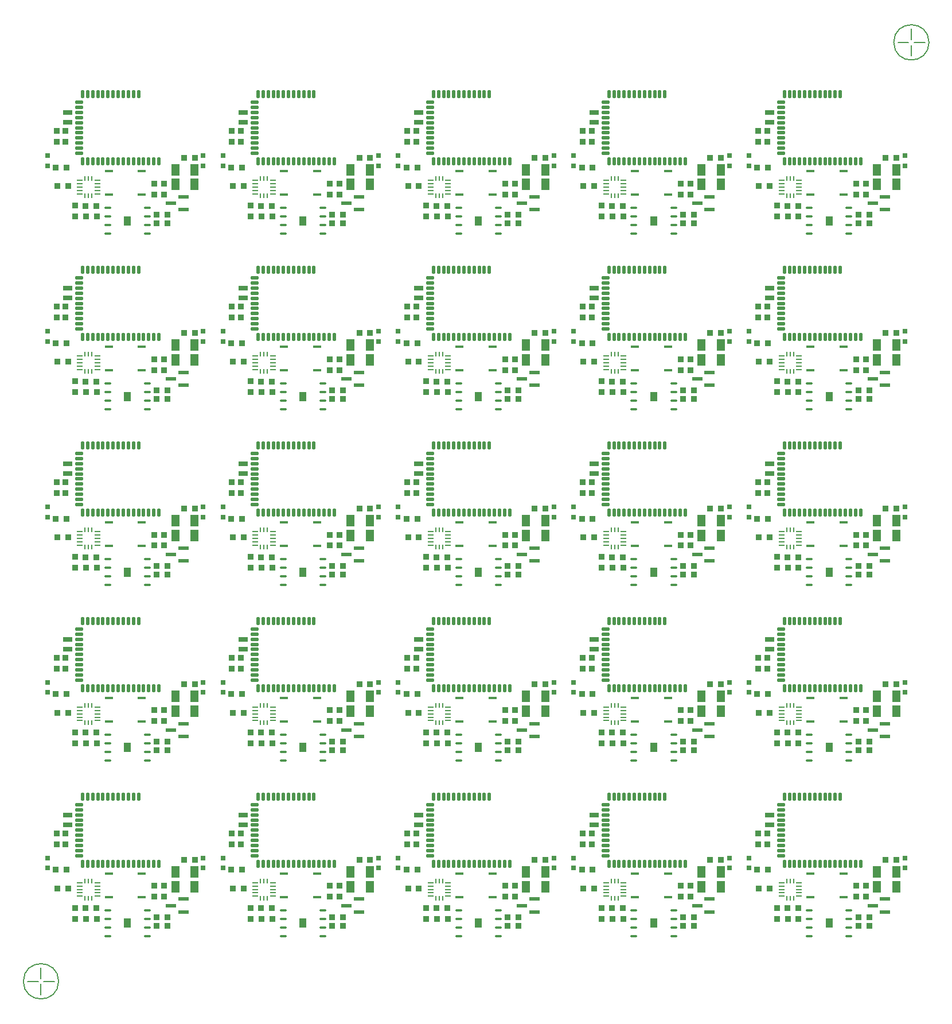
<source format=gtp>
G04 Layer_Color=8421504*
%FSLAX25Y25*%
%MOIN*%
G70*
G01*
G75*
%ADD10C,0.00787*%
%ADD44R,0.03740X0.03740*%
%ADD45R,0.02953X0.02953*%
%ADD46R,0.03740X0.03543*%
%ADD47R,0.03543X0.03740*%
%ADD48R,0.05118X0.07087*%
%ADD49R,0.05315X0.02756*%
%ADD50R,0.03740X0.03740*%
%ADD51R,0.06102X0.02165*%
%ADD52R,0.04528X0.01378*%
G04:AMPARAMS|DCode=53|XSize=17.72mil|YSize=49.21mil|CornerRadius=3.94mil|HoleSize=0mil|Usage=FLASHONLY|Rotation=180.000|XOffset=0mil|YOffset=0mil|HoleType=Round|Shape=RoundedRectangle|*
%AMROUNDEDRECTD53*
21,1,0.01772,0.04134,0,0,180.0*
21,1,0.00984,0.04921,0,0,180.0*
1,1,0.00787,-0.00492,0.02067*
1,1,0.00787,0.00492,0.02067*
1,1,0.00787,0.00492,-0.02067*
1,1,0.00787,-0.00492,-0.02067*
%
%ADD53ROUNDEDRECTD53*%
G04:AMPARAMS|DCode=54|XSize=17.72mil|YSize=49.21mil|CornerRadius=3.94mil|HoleSize=0mil|Usage=FLASHONLY|Rotation=90.000|XOffset=0mil|YOffset=0mil|HoleType=Round|Shape=RoundedRectangle|*
%AMROUNDEDRECTD54*
21,1,0.01772,0.04134,0,0,90.0*
21,1,0.00984,0.04921,0,0,90.0*
1,1,0.00787,0.02067,0.00492*
1,1,0.00787,0.02067,-0.00492*
1,1,0.00787,-0.02067,-0.00492*
1,1,0.00787,-0.02067,0.00492*
%
%ADD54ROUNDEDRECTD54*%
%ADD55O,0.00984X0.02953*%
%ADD56O,0.03445X0.00984*%
%ADD57O,0.03937X0.01575*%
%ADD58R,0.03937X0.05512*%
D10*
X516144Y525593D02*
G03*
X516144Y525593I-10236J0D01*
G01*
X10239Y-19682D02*
G03*
X10239Y-19682I-10236J0D01*
G01*
X505908Y527168D02*
Y533467D01*
X507483Y525593D02*
X513782D01*
X505908Y517719D02*
Y524018D01*
X498034Y525593D02*
X504333D01*
X2Y-27556D02*
Y-21257D01*
X-7871Y-19682D02*
X-1572D01*
X2Y-18108D02*
Y-11808D01*
X1577Y-19682D02*
X7876D01*
D44*
X14764Y45079D02*
D03*
X8465D02*
D03*
X83071Y50787D02*
D03*
X89370D02*
D03*
X32185Y22736D02*
D03*
X25886D02*
D03*
X67224Y12598D02*
D03*
X73524D02*
D03*
X32480Y16535D02*
D03*
X26181D02*
D03*
X116732Y45079D02*
D03*
X110433D02*
D03*
X185039Y50787D02*
D03*
X191339D02*
D03*
X134153Y22736D02*
D03*
X127854D02*
D03*
X169193Y12598D02*
D03*
X175492D02*
D03*
X134449Y16535D02*
D03*
X128150D02*
D03*
X218701Y45079D02*
D03*
X212402D02*
D03*
X287008Y50787D02*
D03*
X293307D02*
D03*
X236122Y22736D02*
D03*
X229823D02*
D03*
X271161Y12598D02*
D03*
X277461D02*
D03*
X236417Y16535D02*
D03*
X230118D02*
D03*
X320669Y45079D02*
D03*
X314370D02*
D03*
X388976Y50787D02*
D03*
X395276D02*
D03*
X338090Y22736D02*
D03*
X331791D02*
D03*
X373130Y12598D02*
D03*
X379429D02*
D03*
X338386Y16535D02*
D03*
X332087D02*
D03*
X422638Y45079D02*
D03*
X416339D02*
D03*
X490945Y50787D02*
D03*
X497244D02*
D03*
X440059Y22736D02*
D03*
X433760D02*
D03*
X475098Y12598D02*
D03*
X481398D02*
D03*
X440354Y16535D02*
D03*
X434055D02*
D03*
X14764Y147047D02*
D03*
X8465D02*
D03*
X83071Y152756D02*
D03*
X89370D02*
D03*
X32185Y124705D02*
D03*
X25886D02*
D03*
X67224Y114567D02*
D03*
X73524D02*
D03*
X32480Y118504D02*
D03*
X26181D02*
D03*
X116732Y147047D02*
D03*
X110433D02*
D03*
X185039Y152756D02*
D03*
X191339D02*
D03*
X134153Y124705D02*
D03*
X127854D02*
D03*
X169193Y114567D02*
D03*
X175492D02*
D03*
X134449Y118504D02*
D03*
X128150D02*
D03*
X218701Y147047D02*
D03*
X212402D02*
D03*
X287008Y152756D02*
D03*
X293307D02*
D03*
X236122Y124705D02*
D03*
X229823D02*
D03*
X271161Y114567D02*
D03*
X277461D02*
D03*
X236417Y118504D02*
D03*
X230118D02*
D03*
X320669Y147047D02*
D03*
X314370D02*
D03*
X388976Y152756D02*
D03*
X395276D02*
D03*
X338090Y124705D02*
D03*
X331791D02*
D03*
X373130Y114567D02*
D03*
X379429D02*
D03*
X338386Y118504D02*
D03*
X332087D02*
D03*
X422638Y147047D02*
D03*
X416339D02*
D03*
X490945Y152756D02*
D03*
X497244D02*
D03*
X440059Y124705D02*
D03*
X433760D02*
D03*
X475098Y114567D02*
D03*
X481398D02*
D03*
X440354Y118504D02*
D03*
X434055D02*
D03*
X14764Y249016D02*
D03*
X8465D02*
D03*
X83071Y254724D02*
D03*
X89370D02*
D03*
X32185Y226673D02*
D03*
X25886D02*
D03*
X67224Y216535D02*
D03*
X73524D02*
D03*
X32480Y220472D02*
D03*
X26181D02*
D03*
X116732Y249016D02*
D03*
X110433D02*
D03*
X185039Y254724D02*
D03*
X191339D02*
D03*
X134153Y226673D02*
D03*
X127854D02*
D03*
X169193Y216535D02*
D03*
X175492D02*
D03*
X134449Y220472D02*
D03*
X128150D02*
D03*
X218701Y249016D02*
D03*
X212402D02*
D03*
X287008Y254724D02*
D03*
X293307D02*
D03*
X236122Y226673D02*
D03*
X229823D02*
D03*
X271161Y216535D02*
D03*
X277461D02*
D03*
X236417Y220472D02*
D03*
X230118D02*
D03*
X320669Y249016D02*
D03*
X314370D02*
D03*
X388976Y254724D02*
D03*
X395276D02*
D03*
X338090Y226673D02*
D03*
X331791D02*
D03*
X373130Y216535D02*
D03*
X379429D02*
D03*
X338386Y220472D02*
D03*
X332087D02*
D03*
X422638Y249016D02*
D03*
X416339D02*
D03*
X490945Y254724D02*
D03*
X497244D02*
D03*
X440059Y226673D02*
D03*
X433760D02*
D03*
X475098Y216535D02*
D03*
X481398D02*
D03*
X440354Y220472D02*
D03*
X434055D02*
D03*
X14764Y350984D02*
D03*
X8465D02*
D03*
X83071Y356693D02*
D03*
X89370D02*
D03*
X32185Y328642D02*
D03*
X25886D02*
D03*
X67224Y318504D02*
D03*
X73524D02*
D03*
X32480Y322441D02*
D03*
X26181D02*
D03*
X116732Y350984D02*
D03*
X110433D02*
D03*
X185039Y356693D02*
D03*
X191339D02*
D03*
X134153Y328642D02*
D03*
X127854D02*
D03*
X169193Y318504D02*
D03*
X175492D02*
D03*
X134449Y322441D02*
D03*
X128150D02*
D03*
X218701Y350984D02*
D03*
X212402D02*
D03*
X287008Y356693D02*
D03*
X293307D02*
D03*
X236122Y328642D02*
D03*
X229823D02*
D03*
X271161Y318504D02*
D03*
X277461D02*
D03*
X236417Y322441D02*
D03*
X230118D02*
D03*
X320669Y350984D02*
D03*
X314370D02*
D03*
X388976Y356693D02*
D03*
X395276D02*
D03*
X338090Y328642D02*
D03*
X331791D02*
D03*
X373130Y318504D02*
D03*
X379429D02*
D03*
X338386Y322441D02*
D03*
X332087D02*
D03*
X422638Y350984D02*
D03*
X416339D02*
D03*
X490945Y356693D02*
D03*
X497244D02*
D03*
X440059Y328642D02*
D03*
X433760D02*
D03*
X475098Y318504D02*
D03*
X481398D02*
D03*
X440354Y322441D02*
D03*
X434055D02*
D03*
X14764Y452953D02*
D03*
X8465D02*
D03*
X83071Y458661D02*
D03*
X89370D02*
D03*
X32185Y430610D02*
D03*
X25886D02*
D03*
X67224Y420472D02*
D03*
X73524D02*
D03*
X32480Y424409D02*
D03*
X26181D02*
D03*
X116732Y452953D02*
D03*
X110433D02*
D03*
X185039Y458661D02*
D03*
X191339D02*
D03*
X134153Y430610D02*
D03*
X127854D02*
D03*
X169193Y420472D02*
D03*
X175492D02*
D03*
X134449Y424409D02*
D03*
X128150D02*
D03*
X218701Y452953D02*
D03*
X212402D02*
D03*
X287008Y458661D02*
D03*
X293307D02*
D03*
X236122Y430610D02*
D03*
X229823D02*
D03*
X271161Y420472D02*
D03*
X277461D02*
D03*
X236417Y424409D02*
D03*
X230118D02*
D03*
X320669Y452953D02*
D03*
X314370D02*
D03*
X388976Y458661D02*
D03*
X395276D02*
D03*
X338090Y430610D02*
D03*
X331791D02*
D03*
X373130Y420472D02*
D03*
X379429D02*
D03*
X338386Y424409D02*
D03*
X332087D02*
D03*
X422638Y452953D02*
D03*
X416339D02*
D03*
X490945Y458661D02*
D03*
X497244D02*
D03*
X440059Y430610D02*
D03*
X433760D02*
D03*
X475098Y420472D02*
D03*
X481398D02*
D03*
X440354Y424409D02*
D03*
X434055D02*
D03*
D45*
X3740Y51968D02*
D03*
Y46063D02*
D03*
X94291Y51968D02*
D03*
Y46063D02*
D03*
X105709Y51968D02*
D03*
Y46063D02*
D03*
X196260Y51968D02*
D03*
Y46063D02*
D03*
X207677Y51968D02*
D03*
Y46063D02*
D03*
X298228Y51968D02*
D03*
Y46063D02*
D03*
X309646Y51968D02*
D03*
Y46063D02*
D03*
X400197Y51968D02*
D03*
Y46063D02*
D03*
X411614Y51968D02*
D03*
Y46063D02*
D03*
X502165Y51968D02*
D03*
Y46063D02*
D03*
X3740Y153937D02*
D03*
Y148031D02*
D03*
X94291Y153937D02*
D03*
Y148031D02*
D03*
X105709Y153937D02*
D03*
Y148031D02*
D03*
X196260Y153937D02*
D03*
Y148031D02*
D03*
X207677Y153937D02*
D03*
Y148031D02*
D03*
X298228Y153937D02*
D03*
Y148031D02*
D03*
X309646Y153937D02*
D03*
Y148031D02*
D03*
X400197Y153937D02*
D03*
Y148031D02*
D03*
X411614Y153937D02*
D03*
Y148031D02*
D03*
X502165Y153937D02*
D03*
Y148031D02*
D03*
X3740Y255906D02*
D03*
Y250000D02*
D03*
X94291Y255906D02*
D03*
Y250000D02*
D03*
X105709Y255906D02*
D03*
Y250000D02*
D03*
X196260Y255906D02*
D03*
Y250000D02*
D03*
X207677Y255906D02*
D03*
Y250000D02*
D03*
X298228Y255906D02*
D03*
Y250000D02*
D03*
X309646Y255906D02*
D03*
Y250000D02*
D03*
X400197Y255906D02*
D03*
Y250000D02*
D03*
X411614Y255906D02*
D03*
Y250000D02*
D03*
X502165Y255906D02*
D03*
Y250000D02*
D03*
X3740Y357874D02*
D03*
Y351969D02*
D03*
X94291Y357874D02*
D03*
Y351969D02*
D03*
X105709Y357874D02*
D03*
Y351969D02*
D03*
X196260Y357874D02*
D03*
Y351969D02*
D03*
X207677Y357874D02*
D03*
Y351969D02*
D03*
X298228Y357874D02*
D03*
Y351969D02*
D03*
X309646Y357874D02*
D03*
Y351969D02*
D03*
X400197Y357874D02*
D03*
Y351969D02*
D03*
X411614Y357874D02*
D03*
Y351969D02*
D03*
X502165Y357874D02*
D03*
Y351969D02*
D03*
X3740Y459842D02*
D03*
Y453937D02*
D03*
X94291Y459842D02*
D03*
Y453937D02*
D03*
X105709Y459842D02*
D03*
Y453937D02*
D03*
X196260Y459842D02*
D03*
Y453937D02*
D03*
X207677Y459842D02*
D03*
Y453937D02*
D03*
X298228Y459842D02*
D03*
Y453937D02*
D03*
X309646Y459842D02*
D03*
Y453937D02*
D03*
X400197Y459842D02*
D03*
Y453937D02*
D03*
X411614Y459842D02*
D03*
Y453937D02*
D03*
X502165Y459842D02*
D03*
Y453937D02*
D03*
D46*
X9449Y34252D02*
D03*
X15748D02*
D03*
X67224Y17618D02*
D03*
X73524D02*
D03*
X111417Y34252D02*
D03*
X117717D02*
D03*
X169193Y17618D02*
D03*
X175492D02*
D03*
X213386Y34252D02*
D03*
X219685D02*
D03*
X271161Y17618D02*
D03*
X277461D02*
D03*
X315354Y34252D02*
D03*
X321654D02*
D03*
X373130Y17618D02*
D03*
X379429D02*
D03*
X417323Y34252D02*
D03*
X423622D02*
D03*
X475098Y17618D02*
D03*
X481398D02*
D03*
X9449Y136221D02*
D03*
X15748D02*
D03*
X67224Y119587D02*
D03*
X73524D02*
D03*
X111417Y136221D02*
D03*
X117717D02*
D03*
X169193Y119587D02*
D03*
X175492D02*
D03*
X213386Y136221D02*
D03*
X219685D02*
D03*
X271161Y119587D02*
D03*
X277461D02*
D03*
X315354Y136221D02*
D03*
X321654D02*
D03*
X373130Y119587D02*
D03*
X379429D02*
D03*
X417323Y136221D02*
D03*
X423622D02*
D03*
X475098Y119587D02*
D03*
X481398D02*
D03*
X9449Y238189D02*
D03*
X15748D02*
D03*
X67224Y221555D02*
D03*
X73524D02*
D03*
X111417Y238189D02*
D03*
X117717D02*
D03*
X169193Y221555D02*
D03*
X175492D02*
D03*
X213386Y238189D02*
D03*
X219685D02*
D03*
X271161Y221555D02*
D03*
X277461D02*
D03*
X315354Y238189D02*
D03*
X321654D02*
D03*
X373130Y221555D02*
D03*
X379429D02*
D03*
X417323Y238189D02*
D03*
X423622D02*
D03*
X475098Y221555D02*
D03*
X481398D02*
D03*
X9449Y340158D02*
D03*
X15748D02*
D03*
X67224Y323524D02*
D03*
X73524D02*
D03*
X111417Y340158D02*
D03*
X117717D02*
D03*
X169193Y323524D02*
D03*
X175492D02*
D03*
X213386Y340158D02*
D03*
X219685D02*
D03*
X271161Y323524D02*
D03*
X277461D02*
D03*
X315354Y340158D02*
D03*
X321654D02*
D03*
X373130Y323524D02*
D03*
X379429D02*
D03*
X417323Y340158D02*
D03*
X423622D02*
D03*
X475098Y323524D02*
D03*
X481398D02*
D03*
X9449Y442126D02*
D03*
X15748D02*
D03*
X67224Y425492D02*
D03*
X73524D02*
D03*
X111417Y442126D02*
D03*
X117717D02*
D03*
X169193Y425492D02*
D03*
X175492D02*
D03*
X213386Y442126D02*
D03*
X219685D02*
D03*
X271161Y425492D02*
D03*
X277461D02*
D03*
X315354Y442126D02*
D03*
X321654D02*
D03*
X373130Y425492D02*
D03*
X379429D02*
D03*
X417323Y442126D02*
D03*
X423622D02*
D03*
X475098Y425492D02*
D03*
X481398D02*
D03*
D47*
X19980Y22835D02*
D03*
Y16535D02*
D03*
X14173Y66240D02*
D03*
Y59941D02*
D03*
X9055Y66240D02*
D03*
Y59941D02*
D03*
X65847Y29429D02*
D03*
Y35728D02*
D03*
X121949Y22835D02*
D03*
Y16535D02*
D03*
X116142Y66240D02*
D03*
Y59941D02*
D03*
X111024Y66240D02*
D03*
Y59941D02*
D03*
X167815Y29429D02*
D03*
Y35728D02*
D03*
X223917Y22835D02*
D03*
Y16535D02*
D03*
X218110Y66240D02*
D03*
Y59941D02*
D03*
X212992Y66240D02*
D03*
Y59941D02*
D03*
X269783Y29429D02*
D03*
Y35728D02*
D03*
X325886Y22835D02*
D03*
Y16535D02*
D03*
X320079Y66240D02*
D03*
Y59941D02*
D03*
X314961Y66240D02*
D03*
Y59941D02*
D03*
X371752Y29429D02*
D03*
Y35728D02*
D03*
X427854Y22835D02*
D03*
Y16535D02*
D03*
X422047Y66240D02*
D03*
Y59941D02*
D03*
X416929Y66240D02*
D03*
Y59941D02*
D03*
X473721Y29429D02*
D03*
Y35728D02*
D03*
X19980Y124803D02*
D03*
Y118504D02*
D03*
X14173Y168209D02*
D03*
Y161909D02*
D03*
X9055Y168209D02*
D03*
Y161909D02*
D03*
X65847Y131398D02*
D03*
Y137697D02*
D03*
X121949Y124803D02*
D03*
Y118504D02*
D03*
X116142Y168209D02*
D03*
Y161909D02*
D03*
X111024Y168209D02*
D03*
Y161909D02*
D03*
X167815Y131398D02*
D03*
Y137697D02*
D03*
X223917Y124803D02*
D03*
Y118504D02*
D03*
X218110Y168209D02*
D03*
Y161909D02*
D03*
X212992Y168209D02*
D03*
Y161909D02*
D03*
X269783Y131398D02*
D03*
Y137697D02*
D03*
X325886Y124803D02*
D03*
Y118504D02*
D03*
X320079Y168209D02*
D03*
Y161909D02*
D03*
X314961Y168209D02*
D03*
Y161909D02*
D03*
X371752Y131398D02*
D03*
Y137697D02*
D03*
X427854Y124803D02*
D03*
Y118504D02*
D03*
X422047Y168209D02*
D03*
Y161909D02*
D03*
X416929Y168209D02*
D03*
Y161909D02*
D03*
X473721Y131398D02*
D03*
Y137697D02*
D03*
X19980Y226772D02*
D03*
Y220472D02*
D03*
X14173Y270177D02*
D03*
Y263878D02*
D03*
X9055Y270177D02*
D03*
Y263878D02*
D03*
X65847Y233366D02*
D03*
Y239665D02*
D03*
X121949Y226772D02*
D03*
Y220472D02*
D03*
X116142Y270177D02*
D03*
Y263878D02*
D03*
X111024Y270177D02*
D03*
Y263878D02*
D03*
X167815Y233366D02*
D03*
Y239665D02*
D03*
X223917Y226772D02*
D03*
Y220472D02*
D03*
X218110Y270177D02*
D03*
Y263878D02*
D03*
X212992Y270177D02*
D03*
Y263878D02*
D03*
X269783Y233366D02*
D03*
Y239665D02*
D03*
X325886Y226772D02*
D03*
Y220472D02*
D03*
X320079Y270177D02*
D03*
Y263878D02*
D03*
X314961Y270177D02*
D03*
Y263878D02*
D03*
X371752Y233366D02*
D03*
Y239665D02*
D03*
X427854Y226772D02*
D03*
Y220472D02*
D03*
X422047Y270177D02*
D03*
Y263878D02*
D03*
X416929Y270177D02*
D03*
Y263878D02*
D03*
X473721Y233366D02*
D03*
Y239665D02*
D03*
X19980Y328740D02*
D03*
Y322441D02*
D03*
X14173Y372146D02*
D03*
Y365846D02*
D03*
X9055Y372146D02*
D03*
Y365846D02*
D03*
X65847Y335335D02*
D03*
Y341634D02*
D03*
X121949Y328740D02*
D03*
Y322441D02*
D03*
X116142Y372146D02*
D03*
Y365846D02*
D03*
X111024Y372146D02*
D03*
Y365846D02*
D03*
X167815Y335335D02*
D03*
Y341634D02*
D03*
X223917Y328740D02*
D03*
Y322441D02*
D03*
X218110Y372146D02*
D03*
Y365846D02*
D03*
X212992Y372146D02*
D03*
Y365846D02*
D03*
X269783Y335335D02*
D03*
Y341634D02*
D03*
X325886Y328740D02*
D03*
Y322441D02*
D03*
X320079Y372146D02*
D03*
Y365846D02*
D03*
X314961Y372146D02*
D03*
Y365846D02*
D03*
X371752Y335335D02*
D03*
Y341634D02*
D03*
X427854Y328740D02*
D03*
Y322441D02*
D03*
X422047Y372146D02*
D03*
Y365846D02*
D03*
X416929Y372146D02*
D03*
Y365846D02*
D03*
X473721Y335335D02*
D03*
Y341634D02*
D03*
X19980Y430709D02*
D03*
Y424409D02*
D03*
X14173Y474114D02*
D03*
Y467815D02*
D03*
X9055Y474114D02*
D03*
Y467815D02*
D03*
X65847Y437303D02*
D03*
Y443602D02*
D03*
X121949Y430709D02*
D03*
Y424409D02*
D03*
X116142Y474114D02*
D03*
Y467815D02*
D03*
X111024Y474114D02*
D03*
Y467815D02*
D03*
X167815Y437303D02*
D03*
Y443602D02*
D03*
X223917Y430709D02*
D03*
Y424409D02*
D03*
X218110Y474114D02*
D03*
Y467815D02*
D03*
X212992Y474114D02*
D03*
Y467815D02*
D03*
X269783Y437303D02*
D03*
Y443602D02*
D03*
X325886Y430709D02*
D03*
Y424409D02*
D03*
X320079Y474114D02*
D03*
Y467815D02*
D03*
X314961Y474114D02*
D03*
Y467815D02*
D03*
X371752Y437303D02*
D03*
Y443602D02*
D03*
X427854Y430709D02*
D03*
Y424409D02*
D03*
X422047Y474114D02*
D03*
Y467815D02*
D03*
X416929Y474114D02*
D03*
Y467815D02*
D03*
X473721Y437303D02*
D03*
Y443602D02*
D03*
D48*
X78051Y43799D02*
D03*
X89272D02*
D03*
X78051Y35335D02*
D03*
X89272D02*
D03*
X180020Y43799D02*
D03*
X191240D02*
D03*
X180020Y35335D02*
D03*
X191240D02*
D03*
X281988Y43799D02*
D03*
X293209D02*
D03*
X281988Y35335D02*
D03*
X293209D02*
D03*
X383957Y43799D02*
D03*
X395177D02*
D03*
X383957Y35335D02*
D03*
X395177D02*
D03*
X485925Y43799D02*
D03*
X497146D02*
D03*
X485925Y35335D02*
D03*
X497146D02*
D03*
X78051Y145768D02*
D03*
X89272D02*
D03*
X78051Y137303D02*
D03*
X89272D02*
D03*
X180020Y145768D02*
D03*
X191240D02*
D03*
X180020Y137303D02*
D03*
X191240D02*
D03*
X281988Y145768D02*
D03*
X293209D02*
D03*
X281988Y137303D02*
D03*
X293209D02*
D03*
X383957Y145768D02*
D03*
X395177D02*
D03*
X383957Y137303D02*
D03*
X395177D02*
D03*
X485925Y145768D02*
D03*
X497146D02*
D03*
X485925Y137303D02*
D03*
X497146D02*
D03*
X78051Y247736D02*
D03*
X89272D02*
D03*
X78051Y239272D02*
D03*
X89272D02*
D03*
X180020Y247736D02*
D03*
X191240D02*
D03*
X180020Y239272D02*
D03*
X191240D02*
D03*
X281988Y247736D02*
D03*
X293209D02*
D03*
X281988Y239272D02*
D03*
X293209D02*
D03*
X383957Y247736D02*
D03*
X395177D02*
D03*
X383957Y239272D02*
D03*
X395177D02*
D03*
X485925Y247736D02*
D03*
X497146D02*
D03*
X485925Y239272D02*
D03*
X497146D02*
D03*
X78051Y349705D02*
D03*
X89272D02*
D03*
X78051Y341240D02*
D03*
X89272D02*
D03*
X180020Y349705D02*
D03*
X191240D02*
D03*
X180020Y341240D02*
D03*
X191240D02*
D03*
X281988Y349705D02*
D03*
X293209D02*
D03*
X281988Y341240D02*
D03*
X293209D02*
D03*
X383957Y349705D02*
D03*
X395177D02*
D03*
X383957Y341240D02*
D03*
X395177D02*
D03*
X485925Y349705D02*
D03*
X497146D02*
D03*
X485925Y341240D02*
D03*
X497146D02*
D03*
X78051Y451673D02*
D03*
X89272D02*
D03*
X78051Y443209D02*
D03*
X89272D02*
D03*
X180020Y451673D02*
D03*
X191240D02*
D03*
X180020Y443209D02*
D03*
X191240D02*
D03*
X281988Y451673D02*
D03*
X293209D02*
D03*
X281988Y443209D02*
D03*
X293209D02*
D03*
X383957Y451673D02*
D03*
X395177D02*
D03*
X383957Y443209D02*
D03*
X395177D02*
D03*
X485925Y451673D02*
D03*
X497146D02*
D03*
X485925Y443209D02*
D03*
X497146D02*
D03*
D49*
X15650Y76870D02*
D03*
Y71161D02*
D03*
X117618Y76870D02*
D03*
Y71161D02*
D03*
X219587Y76870D02*
D03*
Y71161D02*
D03*
X321555Y76870D02*
D03*
Y71161D02*
D03*
X423524Y76870D02*
D03*
Y71161D02*
D03*
X15650Y178839D02*
D03*
Y173130D02*
D03*
X117618Y178839D02*
D03*
Y173130D02*
D03*
X219587Y178839D02*
D03*
Y173130D02*
D03*
X321555Y178839D02*
D03*
Y173130D02*
D03*
X423524Y178839D02*
D03*
Y173130D02*
D03*
X15650Y280807D02*
D03*
Y275098D02*
D03*
X117618Y280807D02*
D03*
Y275098D02*
D03*
X219587Y280807D02*
D03*
Y275098D02*
D03*
X321555Y280807D02*
D03*
Y275098D02*
D03*
X423524Y280807D02*
D03*
Y275098D02*
D03*
X15650Y382776D02*
D03*
Y377067D02*
D03*
X117618Y382776D02*
D03*
Y377067D02*
D03*
X219587Y382776D02*
D03*
Y377067D02*
D03*
X321555Y382776D02*
D03*
Y377067D02*
D03*
X423524Y382776D02*
D03*
Y377067D02*
D03*
X15650Y484744D02*
D03*
Y479035D02*
D03*
X117618Y484744D02*
D03*
Y479035D02*
D03*
X219587Y484744D02*
D03*
Y479035D02*
D03*
X321555Y484744D02*
D03*
Y479035D02*
D03*
X423524Y484744D02*
D03*
Y479035D02*
D03*
D50*
X71653Y29429D02*
D03*
Y35728D02*
D03*
X173622Y29429D02*
D03*
Y35728D02*
D03*
X275590Y29429D02*
D03*
Y35728D02*
D03*
X377559Y29429D02*
D03*
Y35728D02*
D03*
X479528Y29429D02*
D03*
Y35728D02*
D03*
X71653Y131398D02*
D03*
Y137697D02*
D03*
X173622Y131398D02*
D03*
Y137697D02*
D03*
X275590Y131398D02*
D03*
Y137697D02*
D03*
X377559Y131398D02*
D03*
Y137697D02*
D03*
X479528Y131398D02*
D03*
Y137697D02*
D03*
X71653Y233366D02*
D03*
Y239665D02*
D03*
X173622Y233366D02*
D03*
Y239665D02*
D03*
X275590Y233366D02*
D03*
Y239665D02*
D03*
X377559Y233366D02*
D03*
Y239665D02*
D03*
X479528Y233366D02*
D03*
Y239665D02*
D03*
X71653Y335335D02*
D03*
Y341634D02*
D03*
X173622Y335335D02*
D03*
Y341634D02*
D03*
X275590Y335335D02*
D03*
Y341634D02*
D03*
X377559Y335335D02*
D03*
Y341634D02*
D03*
X479528Y335335D02*
D03*
Y341634D02*
D03*
X71653Y437303D02*
D03*
Y443602D02*
D03*
X173622Y437303D02*
D03*
Y443602D02*
D03*
X275590Y437303D02*
D03*
Y443602D02*
D03*
X377559Y437303D02*
D03*
Y443602D02*
D03*
X479528Y437303D02*
D03*
Y443602D02*
D03*
D51*
X75689Y24311D02*
D03*
X82776Y28051D02*
D03*
Y20571D02*
D03*
X177657Y24311D02*
D03*
X184744Y28051D02*
D03*
Y20571D02*
D03*
X279626Y24311D02*
D03*
X286713Y28051D02*
D03*
Y20571D02*
D03*
X381594Y24311D02*
D03*
X388681Y28051D02*
D03*
Y20571D02*
D03*
X483563Y24311D02*
D03*
X490650Y28051D02*
D03*
Y20571D02*
D03*
X75689Y126279D02*
D03*
X82776Y130020D02*
D03*
Y122539D02*
D03*
X177657Y126279D02*
D03*
X184744Y130020D02*
D03*
Y122539D02*
D03*
X279626Y126279D02*
D03*
X286713Y130020D02*
D03*
Y122539D02*
D03*
X381594Y126279D02*
D03*
X388681Y130020D02*
D03*
Y122539D02*
D03*
X483563Y126279D02*
D03*
X490650Y130020D02*
D03*
Y122539D02*
D03*
X75689Y228248D02*
D03*
X82776Y231988D02*
D03*
Y224508D02*
D03*
X177657Y228248D02*
D03*
X184744Y231988D02*
D03*
Y224508D02*
D03*
X279626Y228248D02*
D03*
X286713Y231988D02*
D03*
Y224508D02*
D03*
X381594Y228248D02*
D03*
X388681Y231988D02*
D03*
Y224508D02*
D03*
X483563Y228248D02*
D03*
X490650Y231988D02*
D03*
Y224508D02*
D03*
X75689Y330217D02*
D03*
X82776Y333957D02*
D03*
Y326476D02*
D03*
X177657Y330217D02*
D03*
X184744Y333957D02*
D03*
Y326476D02*
D03*
X279626Y330217D02*
D03*
X286713Y333957D02*
D03*
Y326476D02*
D03*
X381594Y330217D02*
D03*
X388681Y333957D02*
D03*
Y326476D02*
D03*
X483563Y330217D02*
D03*
X490650Y333957D02*
D03*
Y326476D02*
D03*
X75689Y432185D02*
D03*
X82776Y435925D02*
D03*
Y428445D02*
D03*
X177657Y432185D02*
D03*
X184744Y435925D02*
D03*
Y428445D02*
D03*
X279626Y432185D02*
D03*
X286713Y435925D02*
D03*
Y428445D02*
D03*
X381594Y432185D02*
D03*
X388681Y435925D02*
D03*
Y428445D02*
D03*
X483563Y432185D02*
D03*
X490650Y435925D02*
D03*
Y428445D02*
D03*
D52*
X58661Y29232D02*
D03*
X39370D02*
D03*
Y43012D02*
D03*
X58661D02*
D03*
X160630Y29232D02*
D03*
X141339D02*
D03*
Y43012D02*
D03*
X160630D02*
D03*
X262598Y29232D02*
D03*
X243307D02*
D03*
Y43012D02*
D03*
X262598D02*
D03*
X364567Y29232D02*
D03*
X345276D02*
D03*
Y43012D02*
D03*
X364567D02*
D03*
X466535Y29232D02*
D03*
X447244D02*
D03*
Y43012D02*
D03*
X466535D02*
D03*
X58661Y131201D02*
D03*
X39370D02*
D03*
Y144980D02*
D03*
X58661D02*
D03*
X160630Y131201D02*
D03*
X141339D02*
D03*
Y144980D02*
D03*
X160630D02*
D03*
X262598Y131201D02*
D03*
X243307D02*
D03*
Y144980D02*
D03*
X262598D02*
D03*
X364567Y131201D02*
D03*
X345276D02*
D03*
Y144980D02*
D03*
X364567D02*
D03*
X466535Y131201D02*
D03*
X447244D02*
D03*
Y144980D02*
D03*
X466535D02*
D03*
X58661Y233169D02*
D03*
X39370D02*
D03*
Y246949D02*
D03*
X58661D02*
D03*
X160630Y233169D02*
D03*
X141339D02*
D03*
Y246949D02*
D03*
X160630D02*
D03*
X262598Y233169D02*
D03*
X243307D02*
D03*
Y246949D02*
D03*
X262598D02*
D03*
X364567Y233169D02*
D03*
X345276D02*
D03*
Y246949D02*
D03*
X364567D02*
D03*
X466535Y233169D02*
D03*
X447244D02*
D03*
Y246949D02*
D03*
X466535D02*
D03*
X58661Y335138D02*
D03*
X39370D02*
D03*
Y348917D02*
D03*
X58661D02*
D03*
X160630Y335138D02*
D03*
X141339D02*
D03*
Y348917D02*
D03*
X160630D02*
D03*
X262598Y335138D02*
D03*
X243307D02*
D03*
Y348917D02*
D03*
X262598D02*
D03*
X364567Y335138D02*
D03*
X345276D02*
D03*
Y348917D02*
D03*
X364567D02*
D03*
X466535Y335138D02*
D03*
X447244D02*
D03*
Y348917D02*
D03*
X466535D02*
D03*
X58661Y437106D02*
D03*
X39370D02*
D03*
Y450886D02*
D03*
X58661D02*
D03*
X160630Y437106D02*
D03*
X141339D02*
D03*
Y450886D02*
D03*
X160630D02*
D03*
X262598Y437106D02*
D03*
X243307D02*
D03*
Y450886D02*
D03*
X262598D02*
D03*
X364567Y437106D02*
D03*
X345276D02*
D03*
Y450886D02*
D03*
X364567D02*
D03*
X466535Y437106D02*
D03*
X447244D02*
D03*
Y450886D02*
D03*
X466535D02*
D03*
D53*
X27165Y48622D02*
D03*
X24213D02*
D03*
X33071D02*
D03*
X41929D02*
D03*
X38976D02*
D03*
X50787D02*
D03*
X47835D02*
D03*
X59646D02*
D03*
X56693D02*
D03*
X65551D02*
D03*
X24213Y87598D02*
D03*
X27165D02*
D03*
X33071D02*
D03*
X38976D02*
D03*
X41929D02*
D03*
X47835D02*
D03*
X50787D02*
D03*
X56693D02*
D03*
X36024Y48622D02*
D03*
X30118D02*
D03*
X68504D02*
D03*
X62598D02*
D03*
X53740D02*
D03*
X44882D02*
D03*
X30118Y87598D02*
D03*
X36024D02*
D03*
X44882D02*
D03*
X53740D02*
D03*
X129134Y48622D02*
D03*
X126181D02*
D03*
X135039D02*
D03*
X143898D02*
D03*
X140945D02*
D03*
X152756D02*
D03*
X149803D02*
D03*
X161614D02*
D03*
X158661D02*
D03*
X167520D02*
D03*
X126181Y87598D02*
D03*
X129134D02*
D03*
X135039D02*
D03*
X140945D02*
D03*
X143898D02*
D03*
X149803D02*
D03*
X152756D02*
D03*
X158661D02*
D03*
X137992Y48622D02*
D03*
X132087D02*
D03*
X170472D02*
D03*
X164567D02*
D03*
X155709D02*
D03*
X146850D02*
D03*
X132087Y87598D02*
D03*
X137992D02*
D03*
X146850D02*
D03*
X155709D02*
D03*
X231102Y48622D02*
D03*
X228150D02*
D03*
X237008D02*
D03*
X245866D02*
D03*
X242913D02*
D03*
X254724D02*
D03*
X251772D02*
D03*
X263583D02*
D03*
X260630D02*
D03*
X269488D02*
D03*
X228150Y87598D02*
D03*
X231102D02*
D03*
X237008D02*
D03*
X242913D02*
D03*
X245866D02*
D03*
X251772D02*
D03*
X254724D02*
D03*
X260630D02*
D03*
X239961Y48622D02*
D03*
X234055D02*
D03*
X272441D02*
D03*
X266535D02*
D03*
X257677D02*
D03*
X248819D02*
D03*
X234055Y87598D02*
D03*
X239961D02*
D03*
X248819D02*
D03*
X257677D02*
D03*
X333071Y48622D02*
D03*
X330118D02*
D03*
X338976D02*
D03*
X347835D02*
D03*
X344882D02*
D03*
X356693D02*
D03*
X353740D02*
D03*
X365551D02*
D03*
X362598D02*
D03*
X371457D02*
D03*
X330118Y87598D02*
D03*
X333071D02*
D03*
X338976D02*
D03*
X344882D02*
D03*
X347835D02*
D03*
X353740D02*
D03*
X356693D02*
D03*
X362598D02*
D03*
X341929Y48622D02*
D03*
X336024D02*
D03*
X374409D02*
D03*
X368504D02*
D03*
X359646D02*
D03*
X350787D02*
D03*
X336024Y87598D02*
D03*
X341929D02*
D03*
X350787D02*
D03*
X359646D02*
D03*
X435039Y48622D02*
D03*
X432087D02*
D03*
X440945D02*
D03*
X449803D02*
D03*
X446850D02*
D03*
X458661D02*
D03*
X455709D02*
D03*
X467520D02*
D03*
X464567D02*
D03*
X473425D02*
D03*
X432087Y87598D02*
D03*
X435039D02*
D03*
X440945D02*
D03*
X446850D02*
D03*
X449803D02*
D03*
X455709D02*
D03*
X458661D02*
D03*
X464567D02*
D03*
X443898Y48622D02*
D03*
X437992D02*
D03*
X476378D02*
D03*
X470472D02*
D03*
X461614D02*
D03*
X452756D02*
D03*
X437992Y87598D02*
D03*
X443898D02*
D03*
X452756D02*
D03*
X461614D02*
D03*
X27165Y150591D02*
D03*
X24213D02*
D03*
X33071D02*
D03*
X41929D02*
D03*
X38976D02*
D03*
X50787D02*
D03*
X47835D02*
D03*
X59646D02*
D03*
X56693D02*
D03*
X65551D02*
D03*
X24213Y189567D02*
D03*
X27165D02*
D03*
X33071D02*
D03*
X38976D02*
D03*
X41929D02*
D03*
X47835D02*
D03*
X50787D02*
D03*
X56693D02*
D03*
X36024Y150591D02*
D03*
X30118D02*
D03*
X68504D02*
D03*
X62598D02*
D03*
X53740D02*
D03*
X44882D02*
D03*
X30118Y189567D02*
D03*
X36024D02*
D03*
X44882D02*
D03*
X53740D02*
D03*
X129134Y150591D02*
D03*
X126181D02*
D03*
X135039D02*
D03*
X143898D02*
D03*
X140945D02*
D03*
X152756D02*
D03*
X149803D02*
D03*
X161614D02*
D03*
X158661D02*
D03*
X167520D02*
D03*
X126181Y189567D02*
D03*
X129134D02*
D03*
X135039D02*
D03*
X140945D02*
D03*
X143898D02*
D03*
X149803D02*
D03*
X152756D02*
D03*
X158661D02*
D03*
X137992Y150591D02*
D03*
X132087D02*
D03*
X170472D02*
D03*
X164567D02*
D03*
X155709D02*
D03*
X146850D02*
D03*
X132087Y189567D02*
D03*
X137992D02*
D03*
X146850D02*
D03*
X155709D02*
D03*
X231102Y150591D02*
D03*
X228150D02*
D03*
X237008D02*
D03*
X245866D02*
D03*
X242913D02*
D03*
X254724D02*
D03*
X251772D02*
D03*
X263583D02*
D03*
X260630D02*
D03*
X269488D02*
D03*
X228150Y189567D02*
D03*
X231102D02*
D03*
X237008D02*
D03*
X242913D02*
D03*
X245866D02*
D03*
X251772D02*
D03*
X254724D02*
D03*
X260630D02*
D03*
X239961Y150591D02*
D03*
X234055D02*
D03*
X272441D02*
D03*
X266535D02*
D03*
X257677D02*
D03*
X248819D02*
D03*
X234055Y189567D02*
D03*
X239961D02*
D03*
X248819D02*
D03*
X257677D02*
D03*
X333071Y150591D02*
D03*
X330118D02*
D03*
X338976D02*
D03*
X347835D02*
D03*
X344882D02*
D03*
X356693D02*
D03*
X353740D02*
D03*
X365551D02*
D03*
X362598D02*
D03*
X371457D02*
D03*
X330118Y189567D02*
D03*
X333071D02*
D03*
X338976D02*
D03*
X344882D02*
D03*
X347835D02*
D03*
X353740D02*
D03*
X356693D02*
D03*
X362598D02*
D03*
X341929Y150591D02*
D03*
X336024D02*
D03*
X374409D02*
D03*
X368504D02*
D03*
X359646D02*
D03*
X350787D02*
D03*
X336024Y189567D02*
D03*
X341929D02*
D03*
X350787D02*
D03*
X359646D02*
D03*
X435039Y150591D02*
D03*
X432087D02*
D03*
X440945D02*
D03*
X449803D02*
D03*
X446850D02*
D03*
X458661D02*
D03*
X455709D02*
D03*
X467520D02*
D03*
X464567D02*
D03*
X473425D02*
D03*
X432087Y189567D02*
D03*
X435039D02*
D03*
X440945D02*
D03*
X446850D02*
D03*
X449803D02*
D03*
X455709D02*
D03*
X458661D02*
D03*
X464567D02*
D03*
X443898Y150591D02*
D03*
X437992D02*
D03*
X476378D02*
D03*
X470472D02*
D03*
X461614D02*
D03*
X452756D02*
D03*
X437992Y189567D02*
D03*
X443898D02*
D03*
X452756D02*
D03*
X461614D02*
D03*
X27165Y252559D02*
D03*
X24213D02*
D03*
X33071D02*
D03*
X41929D02*
D03*
X38976D02*
D03*
X50787D02*
D03*
X47835D02*
D03*
X59646D02*
D03*
X56693D02*
D03*
X65551D02*
D03*
X24213Y291535D02*
D03*
X27165D02*
D03*
X33071D02*
D03*
X38976D02*
D03*
X41929D02*
D03*
X47835D02*
D03*
X50787D02*
D03*
X56693D02*
D03*
X36024Y252559D02*
D03*
X30118D02*
D03*
X68504D02*
D03*
X62598D02*
D03*
X53740D02*
D03*
X44882D02*
D03*
X30118Y291535D02*
D03*
X36024D02*
D03*
X44882D02*
D03*
X53740D02*
D03*
X129134Y252559D02*
D03*
X126181D02*
D03*
X135039D02*
D03*
X143898D02*
D03*
X140945D02*
D03*
X152756D02*
D03*
X149803D02*
D03*
X161614D02*
D03*
X158661D02*
D03*
X167520D02*
D03*
X126181Y291535D02*
D03*
X129134D02*
D03*
X135039D02*
D03*
X140945D02*
D03*
X143898D02*
D03*
X149803D02*
D03*
X152756D02*
D03*
X158661D02*
D03*
X137992Y252559D02*
D03*
X132087D02*
D03*
X170472D02*
D03*
X164567D02*
D03*
X155709D02*
D03*
X146850D02*
D03*
X132087Y291535D02*
D03*
X137992D02*
D03*
X146850D02*
D03*
X155709D02*
D03*
X231102Y252559D02*
D03*
X228150D02*
D03*
X237008D02*
D03*
X245866D02*
D03*
X242913D02*
D03*
X254724D02*
D03*
X251772D02*
D03*
X263583D02*
D03*
X260630D02*
D03*
X269488D02*
D03*
X228150Y291535D02*
D03*
X231102D02*
D03*
X237008D02*
D03*
X242913D02*
D03*
X245866D02*
D03*
X251772D02*
D03*
X254724D02*
D03*
X260630D02*
D03*
X239961Y252559D02*
D03*
X234055D02*
D03*
X272441D02*
D03*
X266535D02*
D03*
X257677D02*
D03*
X248819D02*
D03*
X234055Y291535D02*
D03*
X239961D02*
D03*
X248819D02*
D03*
X257677D02*
D03*
X333071Y252559D02*
D03*
X330118D02*
D03*
X338976D02*
D03*
X347835D02*
D03*
X344882D02*
D03*
X356693D02*
D03*
X353740D02*
D03*
X365551D02*
D03*
X362598D02*
D03*
X371457D02*
D03*
X330118Y291535D02*
D03*
X333071D02*
D03*
X338976D02*
D03*
X344882D02*
D03*
X347835D02*
D03*
X353740D02*
D03*
X356693D02*
D03*
X362598D02*
D03*
X341929Y252559D02*
D03*
X336024D02*
D03*
X374409D02*
D03*
X368504D02*
D03*
X359646D02*
D03*
X350787D02*
D03*
X336024Y291535D02*
D03*
X341929D02*
D03*
X350787D02*
D03*
X359646D02*
D03*
X435039Y252559D02*
D03*
X432087D02*
D03*
X440945D02*
D03*
X449803D02*
D03*
X446850D02*
D03*
X458661D02*
D03*
X455709D02*
D03*
X467520D02*
D03*
X464567D02*
D03*
X473425D02*
D03*
X432087Y291535D02*
D03*
X435039D02*
D03*
X440945D02*
D03*
X446850D02*
D03*
X449803D02*
D03*
X455709D02*
D03*
X458661D02*
D03*
X464567D02*
D03*
X443898Y252559D02*
D03*
X437992D02*
D03*
X476378D02*
D03*
X470472D02*
D03*
X461614D02*
D03*
X452756D02*
D03*
X437992Y291535D02*
D03*
X443898D02*
D03*
X452756D02*
D03*
X461614D02*
D03*
X27165Y354528D02*
D03*
X24213D02*
D03*
X33071D02*
D03*
X41929D02*
D03*
X38976D02*
D03*
X50787D02*
D03*
X47835D02*
D03*
X59646D02*
D03*
X56693D02*
D03*
X65551D02*
D03*
X24213Y393504D02*
D03*
X27165D02*
D03*
X33071D02*
D03*
X38976D02*
D03*
X41929D02*
D03*
X47835D02*
D03*
X50787D02*
D03*
X56693D02*
D03*
X36024Y354528D02*
D03*
X30118D02*
D03*
X68504D02*
D03*
X62598D02*
D03*
X53740D02*
D03*
X44882D02*
D03*
X30118Y393504D02*
D03*
X36024D02*
D03*
X44882D02*
D03*
X53740D02*
D03*
X129134Y354528D02*
D03*
X126181D02*
D03*
X135039D02*
D03*
X143898D02*
D03*
X140945D02*
D03*
X152756D02*
D03*
X149803D02*
D03*
X161614D02*
D03*
X158661D02*
D03*
X167520D02*
D03*
X126181Y393504D02*
D03*
X129134D02*
D03*
X135039D02*
D03*
X140945D02*
D03*
X143898D02*
D03*
X149803D02*
D03*
X152756D02*
D03*
X158661D02*
D03*
X137992Y354528D02*
D03*
X132087D02*
D03*
X170472D02*
D03*
X164567D02*
D03*
X155709D02*
D03*
X146850D02*
D03*
X132087Y393504D02*
D03*
X137992D02*
D03*
X146850D02*
D03*
X155709D02*
D03*
X231102Y354528D02*
D03*
X228150D02*
D03*
X237008D02*
D03*
X245866D02*
D03*
X242913D02*
D03*
X254724D02*
D03*
X251772D02*
D03*
X263583D02*
D03*
X260630D02*
D03*
X269488D02*
D03*
X228150Y393504D02*
D03*
X231102D02*
D03*
X237008D02*
D03*
X242913D02*
D03*
X245866D02*
D03*
X251772D02*
D03*
X254724D02*
D03*
X260630D02*
D03*
X239961Y354528D02*
D03*
X234055D02*
D03*
X272441D02*
D03*
X266535D02*
D03*
X257677D02*
D03*
X248819D02*
D03*
X234055Y393504D02*
D03*
X239961D02*
D03*
X248819D02*
D03*
X257677D02*
D03*
X333071Y354528D02*
D03*
X330118D02*
D03*
X338976D02*
D03*
X347835D02*
D03*
X344882D02*
D03*
X356693D02*
D03*
X353740D02*
D03*
X365551D02*
D03*
X362598D02*
D03*
X371457D02*
D03*
X330118Y393504D02*
D03*
X333071D02*
D03*
X338976D02*
D03*
X344882D02*
D03*
X347835D02*
D03*
X353740D02*
D03*
X356693D02*
D03*
X362598D02*
D03*
X341929Y354528D02*
D03*
X336024D02*
D03*
X374409D02*
D03*
X368504D02*
D03*
X359646D02*
D03*
X350787D02*
D03*
X336024Y393504D02*
D03*
X341929D02*
D03*
X350787D02*
D03*
X359646D02*
D03*
X435039Y354528D02*
D03*
X432087D02*
D03*
X440945D02*
D03*
X449803D02*
D03*
X446850D02*
D03*
X458661D02*
D03*
X455709D02*
D03*
X467520D02*
D03*
X464567D02*
D03*
X473425D02*
D03*
X432087Y393504D02*
D03*
X435039D02*
D03*
X440945D02*
D03*
X446850D02*
D03*
X449803D02*
D03*
X455709D02*
D03*
X458661D02*
D03*
X464567D02*
D03*
X443898Y354528D02*
D03*
X437992D02*
D03*
X476378D02*
D03*
X470472D02*
D03*
X461614D02*
D03*
X452756D02*
D03*
X437992Y393504D02*
D03*
X443898D02*
D03*
X452756D02*
D03*
X461614D02*
D03*
X27165Y456496D02*
D03*
X24213D02*
D03*
X33071D02*
D03*
X41929D02*
D03*
X38976D02*
D03*
X50787D02*
D03*
X47835D02*
D03*
X59646D02*
D03*
X56693D02*
D03*
X65551D02*
D03*
X24213Y495472D02*
D03*
X27165D02*
D03*
X33071D02*
D03*
X38976D02*
D03*
X41929D02*
D03*
X47835D02*
D03*
X50787D02*
D03*
X56693D02*
D03*
X36024Y456496D02*
D03*
X30118D02*
D03*
X68504D02*
D03*
X62598D02*
D03*
X53740D02*
D03*
X44882D02*
D03*
X30118Y495472D02*
D03*
X36024D02*
D03*
X44882D02*
D03*
X53740D02*
D03*
X129134Y456496D02*
D03*
X126181D02*
D03*
X135039D02*
D03*
X143898D02*
D03*
X140945D02*
D03*
X152756D02*
D03*
X149803D02*
D03*
X161614D02*
D03*
X158661D02*
D03*
X167520D02*
D03*
X126181Y495472D02*
D03*
X129134D02*
D03*
X135039D02*
D03*
X140945D02*
D03*
X143898D02*
D03*
X149803D02*
D03*
X152756D02*
D03*
X158661D02*
D03*
X137992Y456496D02*
D03*
X132087D02*
D03*
X170472D02*
D03*
X164567D02*
D03*
X155709D02*
D03*
X146850D02*
D03*
X132087Y495472D02*
D03*
X137992D02*
D03*
X146850D02*
D03*
X155709D02*
D03*
X231102Y456496D02*
D03*
X228150D02*
D03*
X237008D02*
D03*
X245866D02*
D03*
X242913D02*
D03*
X254724D02*
D03*
X251772D02*
D03*
X263583D02*
D03*
X260630D02*
D03*
X269488D02*
D03*
X228150Y495472D02*
D03*
X231102D02*
D03*
X237008D02*
D03*
X242913D02*
D03*
X245866D02*
D03*
X251772D02*
D03*
X254724D02*
D03*
X260630D02*
D03*
X239961Y456496D02*
D03*
X234055D02*
D03*
X272441D02*
D03*
X266535D02*
D03*
X257677D02*
D03*
X248819D02*
D03*
X234055Y495472D02*
D03*
X239961D02*
D03*
X248819D02*
D03*
X257677D02*
D03*
X333071Y456496D02*
D03*
X330118D02*
D03*
X338976D02*
D03*
X347835D02*
D03*
X344882D02*
D03*
X356693D02*
D03*
X353740D02*
D03*
X365551D02*
D03*
X362598D02*
D03*
X371457D02*
D03*
X330118Y495472D02*
D03*
X333071D02*
D03*
X338976D02*
D03*
X344882D02*
D03*
X347835D02*
D03*
X353740D02*
D03*
X356693D02*
D03*
X362598D02*
D03*
X341929Y456496D02*
D03*
X336024D02*
D03*
X374409D02*
D03*
X368504D02*
D03*
X359646D02*
D03*
X350787D02*
D03*
X336024Y495472D02*
D03*
X341929D02*
D03*
X350787D02*
D03*
X359646D02*
D03*
X435039Y456496D02*
D03*
X432087D02*
D03*
X440945D02*
D03*
X449803D02*
D03*
X446850D02*
D03*
X458661D02*
D03*
X455709D02*
D03*
X467520D02*
D03*
X464567D02*
D03*
X473425D02*
D03*
X432087Y495472D02*
D03*
X435039D02*
D03*
X440945D02*
D03*
X446850D02*
D03*
X449803D02*
D03*
X455709D02*
D03*
X458661D02*
D03*
X464567D02*
D03*
X443898Y456496D02*
D03*
X437992D02*
D03*
X476378D02*
D03*
X470472D02*
D03*
X461614D02*
D03*
X452756D02*
D03*
X437992Y495472D02*
D03*
X443898D02*
D03*
X452756D02*
D03*
X461614D02*
D03*
D54*
X22244Y56299D02*
D03*
Y62205D02*
D03*
Y65158D02*
D03*
Y71063D02*
D03*
Y74016D02*
D03*
Y79921D02*
D03*
Y53347D02*
D03*
Y59252D02*
D03*
Y68110D02*
D03*
Y76968D02*
D03*
Y82874D02*
D03*
X124213Y56299D02*
D03*
Y62205D02*
D03*
Y65158D02*
D03*
Y71063D02*
D03*
Y74016D02*
D03*
Y79921D02*
D03*
Y53347D02*
D03*
Y59252D02*
D03*
Y68110D02*
D03*
Y76968D02*
D03*
Y82874D02*
D03*
X226181Y56299D02*
D03*
Y62205D02*
D03*
Y65158D02*
D03*
Y71063D02*
D03*
Y74016D02*
D03*
Y79921D02*
D03*
Y53347D02*
D03*
Y59252D02*
D03*
Y68110D02*
D03*
Y76968D02*
D03*
Y82874D02*
D03*
X328150Y56299D02*
D03*
Y62205D02*
D03*
Y65158D02*
D03*
Y71063D02*
D03*
Y74016D02*
D03*
Y79921D02*
D03*
Y53347D02*
D03*
Y59252D02*
D03*
Y68110D02*
D03*
Y76968D02*
D03*
Y82874D02*
D03*
X430118Y56299D02*
D03*
Y62205D02*
D03*
Y65158D02*
D03*
Y71063D02*
D03*
Y74016D02*
D03*
Y79921D02*
D03*
Y53347D02*
D03*
Y59252D02*
D03*
Y68110D02*
D03*
Y76968D02*
D03*
Y82874D02*
D03*
X22244Y158268D02*
D03*
Y164173D02*
D03*
Y167126D02*
D03*
Y173031D02*
D03*
Y175984D02*
D03*
Y181890D02*
D03*
Y155315D02*
D03*
Y161221D02*
D03*
Y170079D02*
D03*
Y178937D02*
D03*
Y184843D02*
D03*
X124213Y158268D02*
D03*
Y164173D02*
D03*
Y167126D02*
D03*
Y173031D02*
D03*
Y175984D02*
D03*
Y181890D02*
D03*
Y155315D02*
D03*
Y161221D02*
D03*
Y170079D02*
D03*
Y178937D02*
D03*
Y184843D02*
D03*
X226181Y158268D02*
D03*
Y164173D02*
D03*
Y167126D02*
D03*
Y173031D02*
D03*
Y175984D02*
D03*
Y181890D02*
D03*
Y155315D02*
D03*
Y161221D02*
D03*
Y170079D02*
D03*
Y178937D02*
D03*
Y184843D02*
D03*
X328150Y158268D02*
D03*
Y164173D02*
D03*
Y167126D02*
D03*
Y173031D02*
D03*
Y175984D02*
D03*
Y181890D02*
D03*
Y155315D02*
D03*
Y161221D02*
D03*
Y170079D02*
D03*
Y178937D02*
D03*
Y184843D02*
D03*
X430118Y158268D02*
D03*
Y164173D02*
D03*
Y167126D02*
D03*
Y173031D02*
D03*
Y175984D02*
D03*
Y181890D02*
D03*
Y155315D02*
D03*
Y161221D02*
D03*
Y170079D02*
D03*
Y178937D02*
D03*
Y184843D02*
D03*
X22244Y260236D02*
D03*
Y266142D02*
D03*
Y269094D02*
D03*
Y275000D02*
D03*
Y277953D02*
D03*
Y283858D02*
D03*
Y257283D02*
D03*
Y263189D02*
D03*
Y272047D02*
D03*
Y280906D02*
D03*
Y286811D02*
D03*
X124213Y260236D02*
D03*
Y266142D02*
D03*
Y269094D02*
D03*
Y275000D02*
D03*
Y277953D02*
D03*
Y283858D02*
D03*
Y257283D02*
D03*
Y263189D02*
D03*
Y272047D02*
D03*
Y280906D02*
D03*
Y286811D02*
D03*
X226181Y260236D02*
D03*
Y266142D02*
D03*
Y269094D02*
D03*
Y275000D02*
D03*
Y277953D02*
D03*
Y283858D02*
D03*
Y257283D02*
D03*
Y263189D02*
D03*
Y272047D02*
D03*
Y280906D02*
D03*
Y286811D02*
D03*
X328150Y260236D02*
D03*
Y266142D02*
D03*
Y269094D02*
D03*
Y275000D02*
D03*
Y277953D02*
D03*
Y283858D02*
D03*
Y257283D02*
D03*
Y263189D02*
D03*
Y272047D02*
D03*
Y280906D02*
D03*
Y286811D02*
D03*
X430118Y260236D02*
D03*
Y266142D02*
D03*
Y269094D02*
D03*
Y275000D02*
D03*
Y277953D02*
D03*
Y283858D02*
D03*
Y257283D02*
D03*
Y263189D02*
D03*
Y272047D02*
D03*
Y280906D02*
D03*
Y286811D02*
D03*
X22244Y362205D02*
D03*
Y368110D02*
D03*
Y371063D02*
D03*
Y376969D02*
D03*
Y379921D02*
D03*
Y385827D02*
D03*
Y359252D02*
D03*
Y365158D02*
D03*
Y374016D02*
D03*
Y382874D02*
D03*
Y388779D02*
D03*
X124213Y362205D02*
D03*
Y368110D02*
D03*
Y371063D02*
D03*
Y376969D02*
D03*
Y379921D02*
D03*
Y385827D02*
D03*
Y359252D02*
D03*
Y365158D02*
D03*
Y374016D02*
D03*
Y382874D02*
D03*
Y388779D02*
D03*
X226181Y362205D02*
D03*
Y368110D02*
D03*
Y371063D02*
D03*
Y376969D02*
D03*
Y379921D02*
D03*
Y385827D02*
D03*
Y359252D02*
D03*
Y365158D02*
D03*
Y374016D02*
D03*
Y382874D02*
D03*
Y388779D02*
D03*
X328150Y362205D02*
D03*
Y368110D02*
D03*
Y371063D02*
D03*
Y376969D02*
D03*
Y379921D02*
D03*
Y385827D02*
D03*
Y359252D02*
D03*
Y365158D02*
D03*
Y374016D02*
D03*
Y382874D02*
D03*
Y388779D02*
D03*
X430118Y362205D02*
D03*
Y368110D02*
D03*
Y371063D02*
D03*
Y376969D02*
D03*
Y379921D02*
D03*
Y385827D02*
D03*
Y359252D02*
D03*
Y365158D02*
D03*
Y374016D02*
D03*
Y382874D02*
D03*
Y388779D02*
D03*
X22244Y464173D02*
D03*
Y470079D02*
D03*
Y473032D02*
D03*
Y478937D02*
D03*
Y481890D02*
D03*
Y487795D02*
D03*
Y461221D02*
D03*
Y467126D02*
D03*
Y475984D02*
D03*
Y484842D02*
D03*
Y490748D02*
D03*
X124213Y464173D02*
D03*
Y470079D02*
D03*
Y473032D02*
D03*
Y478937D02*
D03*
Y481890D02*
D03*
Y487795D02*
D03*
Y461221D02*
D03*
Y467126D02*
D03*
Y475984D02*
D03*
Y484842D02*
D03*
Y490748D02*
D03*
X226181Y464173D02*
D03*
Y470079D02*
D03*
Y473032D02*
D03*
Y478937D02*
D03*
Y481890D02*
D03*
Y487795D02*
D03*
Y461221D02*
D03*
Y467126D02*
D03*
Y475984D02*
D03*
Y484842D02*
D03*
Y490748D02*
D03*
X328150Y464173D02*
D03*
Y470079D02*
D03*
Y473032D02*
D03*
Y478937D02*
D03*
Y481890D02*
D03*
Y487795D02*
D03*
Y461221D02*
D03*
Y467126D02*
D03*
Y475984D02*
D03*
Y484842D02*
D03*
Y490748D02*
D03*
X430118Y464173D02*
D03*
Y470079D02*
D03*
Y473032D02*
D03*
Y478937D02*
D03*
Y481890D02*
D03*
Y487795D02*
D03*
Y461221D02*
D03*
Y467126D02*
D03*
Y475984D02*
D03*
Y484842D02*
D03*
Y490748D02*
D03*
D55*
X29626Y28642D02*
D03*
X27657D02*
D03*
X25689D02*
D03*
Y38681D02*
D03*
X27657D02*
D03*
X29626D02*
D03*
X131595Y28642D02*
D03*
X129626D02*
D03*
X127657D02*
D03*
Y38681D02*
D03*
X129626D02*
D03*
X131595D02*
D03*
X233563Y28642D02*
D03*
X231594D02*
D03*
X229626D02*
D03*
Y38681D02*
D03*
X231594D02*
D03*
X233563D02*
D03*
X335531Y28642D02*
D03*
X333563D02*
D03*
X331594D02*
D03*
Y38681D02*
D03*
X333563D02*
D03*
X335531D02*
D03*
X437500Y28642D02*
D03*
X435532D02*
D03*
X433563D02*
D03*
Y38681D02*
D03*
X435532D02*
D03*
X437500D02*
D03*
X29626Y130610D02*
D03*
X27657D02*
D03*
X25689D02*
D03*
Y140650D02*
D03*
X27657D02*
D03*
X29626D02*
D03*
X131595Y130610D02*
D03*
X129626D02*
D03*
X127657D02*
D03*
Y140650D02*
D03*
X129626D02*
D03*
X131595D02*
D03*
X233563Y130610D02*
D03*
X231594D02*
D03*
X229626D02*
D03*
Y140650D02*
D03*
X231594D02*
D03*
X233563D02*
D03*
X335531Y130610D02*
D03*
X333563D02*
D03*
X331594D02*
D03*
Y140650D02*
D03*
X333563D02*
D03*
X335531D02*
D03*
X437500Y130610D02*
D03*
X435532D02*
D03*
X433563D02*
D03*
Y140650D02*
D03*
X435532D02*
D03*
X437500D02*
D03*
X29626Y232579D02*
D03*
X27657D02*
D03*
X25689D02*
D03*
Y242618D02*
D03*
X27657D02*
D03*
X29626D02*
D03*
X131595Y232579D02*
D03*
X129626D02*
D03*
X127657D02*
D03*
Y242618D02*
D03*
X129626D02*
D03*
X131595D02*
D03*
X233563Y232579D02*
D03*
X231594D02*
D03*
X229626D02*
D03*
Y242618D02*
D03*
X231594D02*
D03*
X233563D02*
D03*
X335531Y232579D02*
D03*
X333563D02*
D03*
X331594D02*
D03*
Y242618D02*
D03*
X333563D02*
D03*
X335531D02*
D03*
X437500Y232579D02*
D03*
X435532D02*
D03*
X433563D02*
D03*
Y242618D02*
D03*
X435532D02*
D03*
X437500D02*
D03*
X29626Y334547D02*
D03*
X27657D02*
D03*
X25689D02*
D03*
Y344587D02*
D03*
X27657D02*
D03*
X29626D02*
D03*
X131595Y334547D02*
D03*
X129626D02*
D03*
X127657D02*
D03*
Y344587D02*
D03*
X129626D02*
D03*
X131595D02*
D03*
X233563Y334547D02*
D03*
X231594D02*
D03*
X229626D02*
D03*
Y344587D02*
D03*
X231594D02*
D03*
X233563D02*
D03*
X335531Y334547D02*
D03*
X333563D02*
D03*
X331594D02*
D03*
Y344587D02*
D03*
X333563D02*
D03*
X335531D02*
D03*
X437500Y334547D02*
D03*
X435532D02*
D03*
X433563D02*
D03*
Y344587D02*
D03*
X435532D02*
D03*
X437500D02*
D03*
X29626Y436516D02*
D03*
X27657D02*
D03*
X25689D02*
D03*
Y446555D02*
D03*
X27657D02*
D03*
X29626D02*
D03*
X131595Y436516D02*
D03*
X129626D02*
D03*
X127657D02*
D03*
Y446555D02*
D03*
X129626D02*
D03*
X131595D02*
D03*
X233563Y436516D02*
D03*
X231594D02*
D03*
X229626D02*
D03*
Y446555D02*
D03*
X231594D02*
D03*
X233563D02*
D03*
X335531Y436516D02*
D03*
X333563D02*
D03*
X331594D02*
D03*
Y446555D02*
D03*
X333563D02*
D03*
X335531D02*
D03*
X437500Y436516D02*
D03*
X435532D02*
D03*
X433563D02*
D03*
Y446555D02*
D03*
X435532D02*
D03*
X437500D02*
D03*
D56*
X22589Y29724D02*
D03*
Y31693D02*
D03*
Y33661D02*
D03*
Y35630D02*
D03*
Y37598D02*
D03*
X32726D02*
D03*
Y35630D02*
D03*
Y33661D02*
D03*
Y31693D02*
D03*
Y29724D02*
D03*
X124557D02*
D03*
Y31693D02*
D03*
Y33661D02*
D03*
Y35630D02*
D03*
Y37598D02*
D03*
X134695D02*
D03*
Y35630D02*
D03*
Y33661D02*
D03*
Y31693D02*
D03*
Y29724D02*
D03*
X226526D02*
D03*
Y31693D02*
D03*
Y33661D02*
D03*
Y35630D02*
D03*
Y37598D02*
D03*
X236663D02*
D03*
Y35630D02*
D03*
Y33661D02*
D03*
Y31693D02*
D03*
Y29724D02*
D03*
X328494D02*
D03*
Y31693D02*
D03*
Y33661D02*
D03*
Y35630D02*
D03*
Y37598D02*
D03*
X338632D02*
D03*
Y35630D02*
D03*
Y33661D02*
D03*
Y31693D02*
D03*
Y29724D02*
D03*
X430463D02*
D03*
Y31693D02*
D03*
Y33661D02*
D03*
Y35630D02*
D03*
Y37598D02*
D03*
X440600D02*
D03*
Y35630D02*
D03*
Y33661D02*
D03*
Y31693D02*
D03*
Y29724D02*
D03*
X22589Y131693D02*
D03*
Y133661D02*
D03*
Y135630D02*
D03*
Y137598D02*
D03*
Y139567D02*
D03*
X32726D02*
D03*
Y137598D02*
D03*
Y135630D02*
D03*
Y133661D02*
D03*
Y131693D02*
D03*
X124557D02*
D03*
Y133661D02*
D03*
Y135630D02*
D03*
Y137598D02*
D03*
Y139567D02*
D03*
X134695D02*
D03*
Y137598D02*
D03*
Y135630D02*
D03*
Y133661D02*
D03*
Y131693D02*
D03*
X226526D02*
D03*
Y133661D02*
D03*
Y135630D02*
D03*
Y137598D02*
D03*
Y139567D02*
D03*
X236663D02*
D03*
Y137598D02*
D03*
Y135630D02*
D03*
Y133661D02*
D03*
Y131693D02*
D03*
X328494D02*
D03*
Y133661D02*
D03*
Y135630D02*
D03*
Y137598D02*
D03*
Y139567D02*
D03*
X338632D02*
D03*
Y137598D02*
D03*
Y135630D02*
D03*
Y133661D02*
D03*
Y131693D02*
D03*
X430463D02*
D03*
Y133661D02*
D03*
Y135630D02*
D03*
Y137598D02*
D03*
Y139567D02*
D03*
X440600D02*
D03*
Y137598D02*
D03*
Y135630D02*
D03*
Y133661D02*
D03*
Y131693D02*
D03*
X22589Y233661D02*
D03*
Y235630D02*
D03*
Y237598D02*
D03*
Y239567D02*
D03*
Y241535D02*
D03*
X32726D02*
D03*
Y239567D02*
D03*
Y237598D02*
D03*
Y235630D02*
D03*
Y233661D02*
D03*
X124557D02*
D03*
Y235630D02*
D03*
Y237598D02*
D03*
Y239567D02*
D03*
Y241535D02*
D03*
X134695D02*
D03*
Y239567D02*
D03*
Y237598D02*
D03*
Y235630D02*
D03*
Y233661D02*
D03*
X226526D02*
D03*
Y235630D02*
D03*
Y237598D02*
D03*
Y239567D02*
D03*
Y241535D02*
D03*
X236663D02*
D03*
Y239567D02*
D03*
Y237598D02*
D03*
Y235630D02*
D03*
Y233661D02*
D03*
X328494D02*
D03*
Y235630D02*
D03*
Y237598D02*
D03*
Y239567D02*
D03*
Y241535D02*
D03*
X338632D02*
D03*
Y239567D02*
D03*
Y237598D02*
D03*
Y235630D02*
D03*
Y233661D02*
D03*
X430463D02*
D03*
Y235630D02*
D03*
Y237598D02*
D03*
Y239567D02*
D03*
Y241535D02*
D03*
X440600D02*
D03*
Y239567D02*
D03*
Y237598D02*
D03*
Y235630D02*
D03*
Y233661D02*
D03*
X22589Y335630D02*
D03*
Y337598D02*
D03*
Y339567D02*
D03*
Y341535D02*
D03*
Y343504D02*
D03*
X32726D02*
D03*
Y341535D02*
D03*
Y339567D02*
D03*
Y337598D02*
D03*
Y335630D02*
D03*
X124557D02*
D03*
Y337598D02*
D03*
Y339567D02*
D03*
Y341535D02*
D03*
Y343504D02*
D03*
X134695D02*
D03*
Y341535D02*
D03*
Y339567D02*
D03*
Y337598D02*
D03*
Y335630D02*
D03*
X226526D02*
D03*
Y337598D02*
D03*
Y339567D02*
D03*
Y341535D02*
D03*
Y343504D02*
D03*
X236663D02*
D03*
Y341535D02*
D03*
Y339567D02*
D03*
Y337598D02*
D03*
Y335630D02*
D03*
X328494D02*
D03*
Y337598D02*
D03*
Y339567D02*
D03*
Y341535D02*
D03*
Y343504D02*
D03*
X338632D02*
D03*
Y341535D02*
D03*
Y339567D02*
D03*
Y337598D02*
D03*
Y335630D02*
D03*
X430463D02*
D03*
Y337598D02*
D03*
Y339567D02*
D03*
Y341535D02*
D03*
Y343504D02*
D03*
X440600D02*
D03*
Y341535D02*
D03*
Y339567D02*
D03*
Y337598D02*
D03*
Y335630D02*
D03*
X22589Y437598D02*
D03*
Y439567D02*
D03*
Y441535D02*
D03*
Y443504D02*
D03*
Y445472D02*
D03*
X32726D02*
D03*
Y443504D02*
D03*
Y441535D02*
D03*
Y439567D02*
D03*
Y437598D02*
D03*
X124557D02*
D03*
Y439567D02*
D03*
Y441535D02*
D03*
Y443504D02*
D03*
Y445472D02*
D03*
X134695D02*
D03*
Y443504D02*
D03*
Y441535D02*
D03*
Y439567D02*
D03*
Y437598D02*
D03*
X226526D02*
D03*
Y439567D02*
D03*
Y441535D02*
D03*
Y443504D02*
D03*
Y445472D02*
D03*
X236663D02*
D03*
Y443504D02*
D03*
Y441535D02*
D03*
Y439567D02*
D03*
Y437598D02*
D03*
X328494D02*
D03*
Y439567D02*
D03*
Y441535D02*
D03*
Y443504D02*
D03*
Y445472D02*
D03*
X338632D02*
D03*
Y443504D02*
D03*
Y441535D02*
D03*
Y439567D02*
D03*
Y437598D02*
D03*
X430463D02*
D03*
Y439567D02*
D03*
Y441535D02*
D03*
Y443504D02*
D03*
Y445472D02*
D03*
X440600D02*
D03*
Y443504D02*
D03*
Y441535D02*
D03*
Y439567D02*
D03*
Y437598D02*
D03*
D57*
X38780Y21575D02*
D03*
Y16575D02*
D03*
Y11575D02*
D03*
Y6575D02*
D03*
X61811D02*
D03*
Y11575D02*
D03*
Y16575D02*
D03*
Y21575D02*
D03*
X140748D02*
D03*
Y16575D02*
D03*
Y11575D02*
D03*
Y6575D02*
D03*
X163779D02*
D03*
Y11575D02*
D03*
Y16575D02*
D03*
Y21575D02*
D03*
X242717D02*
D03*
Y16575D02*
D03*
Y11575D02*
D03*
Y6575D02*
D03*
X265748D02*
D03*
Y11575D02*
D03*
Y16575D02*
D03*
Y21575D02*
D03*
X344685D02*
D03*
Y16575D02*
D03*
Y11575D02*
D03*
Y6575D02*
D03*
X367717D02*
D03*
Y11575D02*
D03*
Y16575D02*
D03*
Y21575D02*
D03*
X446654D02*
D03*
Y16575D02*
D03*
Y11575D02*
D03*
Y6575D02*
D03*
X469685D02*
D03*
Y11575D02*
D03*
Y16575D02*
D03*
Y21575D02*
D03*
X38780Y123543D02*
D03*
Y118543D02*
D03*
Y113543D02*
D03*
Y108543D02*
D03*
X61811D02*
D03*
Y113543D02*
D03*
Y118543D02*
D03*
Y123543D02*
D03*
X140748D02*
D03*
Y118543D02*
D03*
Y113543D02*
D03*
Y108543D02*
D03*
X163779D02*
D03*
Y113543D02*
D03*
Y118543D02*
D03*
Y123543D02*
D03*
X242717D02*
D03*
Y118543D02*
D03*
Y113543D02*
D03*
Y108543D02*
D03*
X265748D02*
D03*
Y113543D02*
D03*
Y118543D02*
D03*
Y123543D02*
D03*
X344685D02*
D03*
Y118543D02*
D03*
Y113543D02*
D03*
Y108543D02*
D03*
X367717D02*
D03*
Y113543D02*
D03*
Y118543D02*
D03*
Y123543D02*
D03*
X446654D02*
D03*
Y118543D02*
D03*
Y113543D02*
D03*
Y108543D02*
D03*
X469685D02*
D03*
Y113543D02*
D03*
Y118543D02*
D03*
Y123543D02*
D03*
X38780Y225512D02*
D03*
Y220512D02*
D03*
Y215512D02*
D03*
Y210512D02*
D03*
X61811D02*
D03*
Y215512D02*
D03*
Y220512D02*
D03*
Y225512D02*
D03*
X140748D02*
D03*
Y220512D02*
D03*
Y215512D02*
D03*
Y210512D02*
D03*
X163779D02*
D03*
Y215512D02*
D03*
Y220512D02*
D03*
Y225512D02*
D03*
X242717D02*
D03*
Y220512D02*
D03*
Y215512D02*
D03*
Y210512D02*
D03*
X265748D02*
D03*
Y215512D02*
D03*
Y220512D02*
D03*
Y225512D02*
D03*
X344685D02*
D03*
Y220512D02*
D03*
Y215512D02*
D03*
Y210512D02*
D03*
X367717D02*
D03*
Y215512D02*
D03*
Y220512D02*
D03*
Y225512D02*
D03*
X446654D02*
D03*
Y220512D02*
D03*
Y215512D02*
D03*
Y210512D02*
D03*
X469685D02*
D03*
Y215512D02*
D03*
Y220512D02*
D03*
Y225512D02*
D03*
X38780Y327480D02*
D03*
Y322480D02*
D03*
Y317480D02*
D03*
Y312480D02*
D03*
X61811D02*
D03*
Y317480D02*
D03*
Y322480D02*
D03*
Y327480D02*
D03*
X140748D02*
D03*
Y322480D02*
D03*
Y317480D02*
D03*
Y312480D02*
D03*
X163779D02*
D03*
Y317480D02*
D03*
Y322480D02*
D03*
Y327480D02*
D03*
X242717D02*
D03*
Y322480D02*
D03*
Y317480D02*
D03*
Y312480D02*
D03*
X265748D02*
D03*
Y317480D02*
D03*
Y322480D02*
D03*
Y327480D02*
D03*
X344685D02*
D03*
Y322480D02*
D03*
Y317480D02*
D03*
Y312480D02*
D03*
X367717D02*
D03*
Y317480D02*
D03*
Y322480D02*
D03*
Y327480D02*
D03*
X446654D02*
D03*
Y322480D02*
D03*
Y317480D02*
D03*
Y312480D02*
D03*
X469685D02*
D03*
Y317480D02*
D03*
Y322480D02*
D03*
Y327480D02*
D03*
X38780Y429449D02*
D03*
Y424449D02*
D03*
Y419449D02*
D03*
Y414449D02*
D03*
X61811D02*
D03*
Y419449D02*
D03*
Y424449D02*
D03*
Y429449D02*
D03*
X140748D02*
D03*
Y424449D02*
D03*
Y419449D02*
D03*
Y414449D02*
D03*
X163779D02*
D03*
Y419449D02*
D03*
Y424449D02*
D03*
Y429449D02*
D03*
X242717D02*
D03*
Y424449D02*
D03*
Y419449D02*
D03*
Y414449D02*
D03*
X265748D02*
D03*
Y419449D02*
D03*
Y424449D02*
D03*
Y429449D02*
D03*
X344685D02*
D03*
Y424449D02*
D03*
Y419449D02*
D03*
Y414449D02*
D03*
X367717D02*
D03*
Y419449D02*
D03*
Y424449D02*
D03*
Y429449D02*
D03*
X446654D02*
D03*
Y424449D02*
D03*
Y419449D02*
D03*
Y414449D02*
D03*
X469685D02*
D03*
Y419449D02*
D03*
Y424449D02*
D03*
Y429449D02*
D03*
D58*
X50295Y14075D02*
D03*
X152264D02*
D03*
X254232D02*
D03*
X356201D02*
D03*
X458169D02*
D03*
X50295Y116043D02*
D03*
X152264D02*
D03*
X254232D02*
D03*
X356201D02*
D03*
X458169D02*
D03*
X50295Y218012D02*
D03*
X152264D02*
D03*
X254232D02*
D03*
X356201D02*
D03*
X458169D02*
D03*
X50295Y319980D02*
D03*
X152264D02*
D03*
X254232D02*
D03*
X356201D02*
D03*
X458169D02*
D03*
X50295Y421949D02*
D03*
X152264D02*
D03*
X254232D02*
D03*
X356201D02*
D03*
X458169D02*
D03*
M02*

</source>
